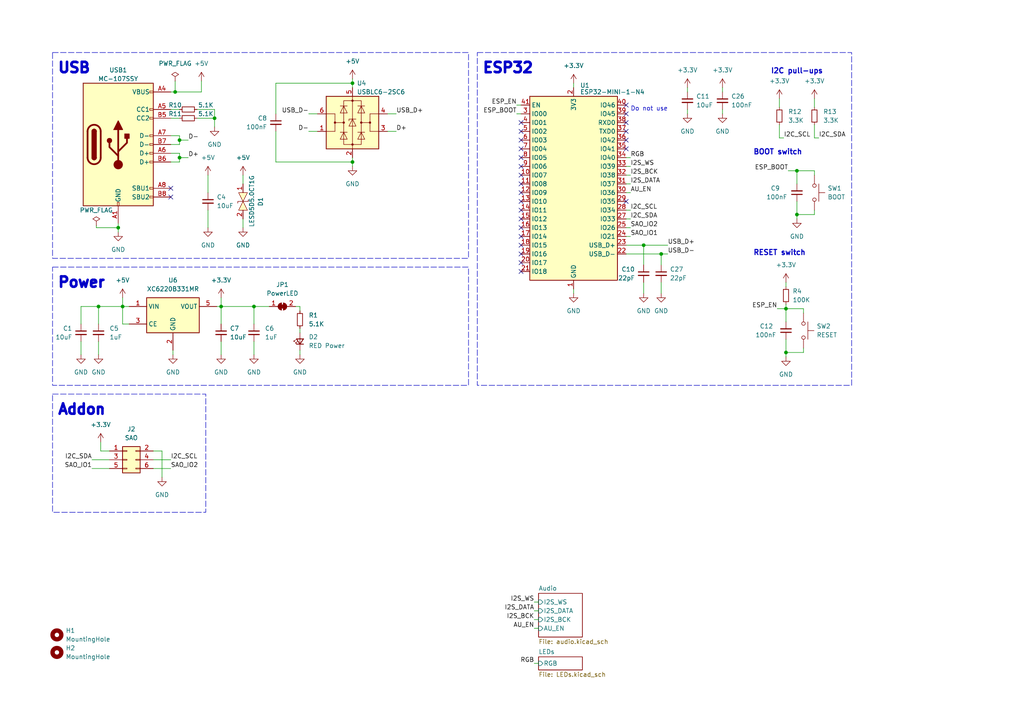
<source format=kicad_sch>
(kicad_sch (version 20230121) (generator eeschema)
  (paper "A4")
  (title_block (title "RedTreat Badge 2023") (date "2023-08-30") (company "Outflank") (comment 1 "Max Grim"))
  (lib_symbols
    (symbol "Connector_Generic:Conn_02x03_Odd_Even" (pin_names (offset 1.016) hide)
      (property "Reference" "J" (at 1.27 5.08 0))
      (property "Value" "Conn_02x03_Odd_Even" (at 1.27 -5.08 0))
      (symbol "Conn_02x03_Odd_Even_1_1"
        (rectangle (start -1.27 -2.413) (end 0 -2.667) (stroke (width 0.1524)))
        (rectangle (start -1.27 0.127) (end 0 -0.127) (stroke (width 0.1524)))
        (rectangle (start -1.27 2.667) (end 0 2.413) (stroke (width 0.1524)))
        (rectangle (start -1.27 3.81) (end 3.81 -3.81) (stroke (width 0.254)) (fill (type background)))
        (rectangle (start 3.81 -2.413) (end 2.54 -2.667) (stroke (width 0.1524)))
        (rectangle (start 3.81 0.127) (end 2.54 -0.127) (stroke (width 0.1524)))
        (rectangle (start 3.81 2.667) (end 2.54 2.413) (stroke (width 0.1524)))
        (pin passive line (at -5.08 2.54 0) (length 3.81) (name "Pin_1") (number "1"))
        (pin passive line (at 7.62 2.54 180) (length 3.81) (name "Pin_2") (number "2"))
        (pin passive line (at -5.08 0 0) (length 3.81) (name "Pin_3") (number "3"))
        (pin passive line (at 7.62 0 180) (length 3.81) (name "Pin_4") (number "4"))
        (pin passive line (at -5.08 -2.54 0) (length 3.81) (name "Pin_5") (number "5"))
        (pin passive line (at 7.62 -2.54 180) (length 3.81) (name "Pin_6") (number "6"))
      )
    )
    (symbol "Device:C_Small" (pin_numbers hide) (pin_names (offset 0.254) hide)
      (property "Reference" "C" (at 0.254 1.778 0))
      (property "Value" "C_Small" (at 0.254 -2.032 0))
      (symbol "C_Small_0_1"
        (polyline (pts (xy -1.524 -0.508) (xy 1.524 -0.508)) (stroke (width 0.3302)))
        (polyline (pts (xy -1.524 0.508) (xy 1.524 0.508)) (stroke (width 0.3048)))
      )
      (symbol "C_Small_1_1"
        (pin passive line (at 0 2.54 270) (length 2.032) (name "~") (number "1"))
        (pin passive line (at 0 -2.54 90) (length 2.032) (name "~") (number "2"))
      )
    )
    (symbol "Device:LED_Small" (pin_numbers hide) (pin_names (offset 0.254) hide)
      (property "Reference" "D" (at -1.27 3.175 0))
      (property "Value" "LED_Small" (at -4.445 -2.54 0))
      (symbol "LED_Small_0_1"
        (polyline (pts (xy -0.762 -1.016) (xy -0.762 1.016)) (stroke (width 0.254)))
        (polyline (pts (xy 1.016 0) (xy -0.762 0)))
        (polyline (pts (xy 0.762 -1.016) (xy -0.762 0) (xy 0.762 1.016) (xy 0.762 -1.016)) (stroke (width 0.254)))
        (polyline (pts (xy 0 0.762) (xy -0.508 1.27) (xy -0.254 1.27) (xy -0.508 1.27) (xy -0.508 1.016)))
        (polyline (pts (xy 0.508 1.27) (xy 0 1.778) (xy 0.254 1.778) (xy 0 1.778) (xy 0 1.524)))
      )
      (symbol "LED_Small_1_1"
        (pin passive line (at -2.54 0 0) (length 1.778) (name "K") (number "1"))
        (pin passive line (at 2.54 0 180) (length 1.778) (name "A") (number "2"))
      )
    )
    (symbol "Device:R_Small" (pin_numbers hide) (pin_names (offset 0.254) hide)
      (property "Reference" "R" (at 0.762 0.508 0))
      (property "Value" "R_Small" (at 0.762 -1.016 0))
      (symbol "R_Small_0_1"
        (rectangle (start -0.762 1.778) (end 0.762 -1.778) (stroke (width 0.2032)))
      )
      (symbol "R_Small_1_1"
        (pin passive line (at 0 2.54 270) (length 0.762) (name "~") (number "1"))
        (pin passive line (at 0 -2.54 90) (length 0.762) (name "~") (number "2"))
      )
    )
    (symbol "Jumper:SolderJumper_2_Bridged" (pin_names (offset 0) hide)
      (property "Reference" "JP" (at 0 2.032 0))
      (property "Value" "SolderJumper_2_Bridged" (at 0 -2.54 0))
      (symbol "SolderJumper_2_Bridged_0_1"
        (rectangle (start -0.508 0.508) (end 0.508 -0.508) (fill (type outline)))
        (arc (start -0.254 1.016) (mid -1.2656 0) (end -0.254 -1.016))
        (arc (start -0.254 1.016) (mid -1.2656 0) (end -0.254 -1.016) (fill (type outline)))
        (polyline (pts (xy -0.254 1.016) (xy -0.254 -1.016)))
        (polyline (pts (xy 0.254 1.016) (xy 0.254 -1.016)))
        (arc (start 0.254 -1.016) (mid 1.2656 0) (end 0.254 1.016))
        (arc (start 0.254 -1.016) (mid 1.2656 0) (end 0.254 1.016) (fill (type outline)))
      )
      (symbol "SolderJumper_2_Bridged_1_1"
        (pin passive line (at -3.81 0 0) (length 2.54) (name "A") (number "1"))
        (pin passive line (at 3.81 0 180) (length 2.54) (name "B") (number "2"))
      )
    )
    (symbol "Mechanical:MountingHole" (pin_names (offset 1.016))
      (property "Reference" "H" (at 0 5.08 0))
      (property "Value" "MountingHole" (at 0 3.175 0))
      (symbol "MountingHole_0_1"
        (circle (center 0 0) (radius 1.27) (stroke (width 1.27)))
      )
    )
    (symbol "Power_Protection:USBLC6-2SC6" (pin_names hide)
      (property "Reference" "U" (at 2.54 8.89 0))
      (property "Value" "USBLC6-2SC6" (at 2.54 -8.89 0))
      (symbol "USBLC6-2SC6_0_1"
        (rectangle (start -7.62 -7.62) (end 7.62 7.62) (stroke (width 0.254)) (fill (type background)))
        (circle (center -5.08 0) (radius 0.254) (fill (type outline)))
        (circle (center -2.54 0) (radius 0.254) (fill (type outline)))
        (rectangle (start -2.54 6.35) (end 2.54 -6.35))
        (circle (center 0 -6.35) (radius 0.254) (fill (type outline)))
        (polyline (pts (xy -5.08 -2.54) (xy -7.62 -2.54)))
        (polyline (pts (xy -5.08 0) (xy -5.08 -2.54)))
        (polyline (pts (xy -5.08 2.54) (xy -7.62 2.54)))
        (polyline (pts (xy -1.524 -2.794) (xy -3.556 -2.794)))
        (polyline (pts (xy -1.524 4.826) (xy -3.556 4.826)))
        (polyline (pts (xy 0 -7.62) (xy 0 -6.35)))
        (polyline (pts (xy 0 -6.35) (xy 0 1.27)))
        (polyline (pts (xy 0 1.27) (xy 0 6.35)))
        (polyline (pts (xy 0 6.35) (xy 0 7.62)))
        (polyline (pts (xy 1.524 -2.794) (xy 3.556 -2.794)))
        (polyline (pts (xy 1.524 4.826) (xy 3.556 4.826)))
        (polyline (pts (xy 5.08 -2.54) (xy 7.62 -2.54)))
        (polyline (pts (xy 5.08 0) (xy 5.08 -2.54)))
        (polyline (pts (xy 5.08 2.54) (xy 7.62 2.54)))
        (polyline (pts (xy -2.54 0) (xy -5.08 0) (xy -5.08 2.54)))
        (polyline (pts (xy 2.54 0) (xy 5.08 0) (xy 5.08 2.54)))
        (polyline (pts (xy -3.556 -4.826) (xy -1.524 -4.826) (xy -2.54 -2.794) (xy -3.556 -4.826)))
        (polyline (pts (xy -3.556 2.794) (xy -1.524 2.794) (xy -2.54 4.826) (xy -3.556 2.794)))
        (polyline (pts (xy -1.016 -1.016) (xy 1.016 -1.016) (xy 0 1.016) (xy -1.016 -1.016)))
        (polyline (pts (xy 1.016 1.016) (xy 0.762 1.016) (xy -1.016 1.016) (xy -1.016 0.508)))
        (polyline (pts (xy 3.556 -4.826) (xy 1.524 -4.826) (xy 2.54 -2.794) (xy 3.556 -4.826)))
        (polyline (pts (xy 3.556 2.794) (xy 1.524 2.794) (xy 2.54 4.826) (xy 3.556 2.794)))
        (circle (center 0 6.35) (radius 0.254) (fill (type outline)))
        (circle (center 2.54 0) (radius 0.254) (fill (type outline)))
        (circle (center 5.08 0) (radius 0.254) (fill (type outline)))
      )
      (symbol "USBLC6-2SC6_1_1"
        (pin passive line (at -10.16 -2.54 0) (length 2.54) (name "I/O1") (number "1"))
        (pin passive line (at 0 -10.16 90) (length 2.54) (name "GND") (number "2"))
        (pin passive line (at 10.16 -2.54 180) (length 2.54) (name "I/O2") (number "3"))
        (pin passive line (at 10.16 2.54 180) (length 2.54) (name "I/O2") (number "4"))
        (pin passive line (at 0 10.16 270) (length 2.54) (name "VBUS") (number "5"))
        (pin passive line (at -10.16 2.54 0) (length 2.54) (name "I/O1") (number "6"))
      )
    )
    (symbol "Regulator_Linear:XC6220B331MR"
      (property "Reference" "U" (at 0 8.89 0))
      (property "Value" "XC6220B331MR" (at 0 6.35 0))
      (symbol "XC6220B331MR_0_1"
        (rectangle (start -7.62 5.08) (end 7.62 -5.08) (stroke (width 0.254)) (fill (type background)))
      )
      (symbol "XC6220B331MR_1_1"
        (pin power_in line (at -12.7 2.54 0) (length 5.08) (name "VIN") (number "1"))
        (pin power_in line (at 0 -10.16 90) (length 5.08) (name "GND") (number "2"))
        (pin input line (at -12.7 -2.54 0) (length 5.08) (name "CE") (number "3"))
        (pin no_connect line (at 7.62 -2.54 180) (length 5.08) hide (name "NC") (number "4"))
        (pin power_out line (at 12.7 2.54 180) (length 5.08) (name "VOUT") (number "5"))
      )
    )
    (symbol "Switch:SW_Push" (pin_numbers hide) (pin_names (offset 1.016) hide)
      (property "Reference" "SW" (at 1.27 2.54 0))
      (property "Value" "SW_Push" (at 0 -1.524 0))
      (symbol "SW_Push_0_1"
        (circle (center -2.032 0) (radius 0.508))
        (polyline (pts (xy 0 1.27) (xy 0 3.048)))
        (polyline (pts (xy 2.54 1.27) (xy -2.54 1.27)))
        (circle (center 2.032 0) (radius 0.508))
        (pin passive line (at -5.08 0 0) (length 2.54) (name "1") (number "1"))
        (pin passive line (at 5.08 0 180) (length 2.54) (name "2") (number "2"))
      )
    )
    (symbol "easyeda2kicad:ESP32-S2-MINI-1"
      (property "Reference" "U" (at -12.7 29.21 0))
      (property "Value" "ESP32-S2-MINI-1" (at 2.54 29.21 0))
      (property "LCSC" "C2847294" (at 0 0 0))
      (symbol "ESP32-S2-MINI-1_0_1"
        (rectangle (start -12.7 27.94) (end 12.7 -25.4) (stroke (width 0.254)) (fill (type background)))
      )
      (symbol "ESP32-S2-MINI-1_1_1"
        (pin power_in line (at 0 -27.94 90) (length 2.54) (name "GND") (number "1"))
        (pin bidirectional line (at -15.24 5.08 0) (length 2.54) (name "IO07") (number "10"))
        (pin bidirectional line (at -15.24 2.54 0) (length 2.54) (name "IO08") (number "11"))
        (pin bidirectional line (at -15.24 0 0) (length 2.54) (name "IO09") (number "12"))
        (pin bidirectional line (at -15.24 -2.54 0) (length 2.54) (name "IO10") (number "13"))
        (pin bidirectional line (at -15.24 -5.08 0) (length 2.54) (name "IO11") (number "14"))
        (pin bidirectional line (at -15.24 -7.62 0) (length 2.54) (name "IO12") (number "15"))
        (pin bidirectional line (at -15.24 -10.16 0) (length 2.54) (name "IO13") (number "16"))
        (pin bidirectional line (at -15.24 -12.7 0) (length 2.54) (name "IO14") (number "17"))
        (pin bidirectional line (at -15.24 -15.24 0) (length 2.54) (name "IO15") (number "18"))
        (pin bidirectional line (at -15.24 -17.78 0) (length 2.54) (name "IO16") (number "19"))
        (pin power_in line (at 0 30.48 270) (length 2.54) (name "3V3") (number "2"))
        (pin bidirectional line (at -15.24 -20.32 0) (length 2.54) (name "IO17") (number "20"))
        (pin bidirectional line (at -15.24 -22.86 0) (length 2.54) (name "IO18") (number "21"))
        (pin bidirectional line (at 15.24 -17.78 180) (length 2.54) (name "USB_D-") (number "22"))
        (pin bidirectional line (at 15.24 -15.24 180) (length 2.54) (name "USB_D+") (number "23"))
        (pin bidirectional line (at 15.24 -12.7 180) (length 2.54) (name "IO21") (number "24"))
        (pin bidirectional line (at 15.24 -10.16 180) (length 2.54) (name "IO26") (number "25"))
        (pin power_in line (at 0 -27.94 90) (length 2.54) hide (name "GND") (number "26"))
        (pin bidirectional line (at 15.24 -7.62 180) (length 2.54) (name "IO33") (number "27"))
        (pin bidirectional line (at 15.24 -5.08 180) (length 2.54) (name "IO34") (number "28"))
        (pin bidirectional line (at 15.24 -2.54 180) (length 2.54) (name "IO35") (number "29"))
        (pin bidirectional line (at -15.24 22.86 0) (length 2.54) (name "IO00") (number "3"))
        (pin bidirectional line (at 15.24 0 180) (length 2.54) (name "IO36") (number "30"))
        (pin bidirectional line (at 15.24 2.54 180) (length 2.54) (name "IO37") (number "31"))
        (pin bidirectional line (at 15.24 5.08 180) (length 2.54) (name "IO38") (number "32"))
        (pin bidirectional line (at 15.24 7.62 180) (length 2.54) (name "IO39") (number "33"))
        (pin bidirectional line (at 15.24 10.16 180) (length 2.54) (name "IO40") (number "34"))
        (pin bidirectional line (at 15.24 12.7 180) (length 2.54) (name "IO41") (number "35"))
        (pin bidirectional line (at 15.24 15.24 180) (length 2.54) (name "IO42") (number "36"))
        (pin bidirectional line (at 15.24 17.78 180) (length 2.54) (name "TXD0") (number "37"))
        (pin bidirectional line (at 15.24 20.32 180) (length 2.54) (name "RXD0") (number "38"))
        (pin bidirectional line (at 15.24 22.86 180) (length 2.54) (name "IO45") (number "39"))
        (pin bidirectional line (at -15.24 20.32 0) (length 2.54) (name "IO01") (number "4"))
        (pin input line (at 15.24 25.4 180) (length 2.54) (name "IO46") (number "40"))
        (pin input line (at -15.24 25.4 0) (length 2.54) (name "EN") (number "41"))
        (pin power_in line (at 0 -27.94 90) (length 2.54) hide (name "GND") (number "42"))
        (pin power_in line (at 0 -27.94 90) (length 2.54) hide (name "GND") (number "43"))
        (pin power_in line (at 0 -27.94 90) (length 2.54) hide (name "GND") (number "44"))
        (pin power_in line (at 0 -27.94 90) (length 2.54) hide (name "GND") (number "45"))
        (pin power_in line (at 0 -27.94 90) (length 2.54) hide (name "GND") (number "46"))
        (pin power_in line (at 0 -27.94 90) (length 2.54) hide (name "GND") (number "47"))
        (pin power_in line (at 0 -27.94 90) (length 2.54) hide (name "GND") (number "48"))
        (pin power_in line (at 0 -27.94 90) (length 2.54) hide (name "GND") (number "49"))
        (pin bidirectional line (at -15.24 17.78 0) (length 2.54) (name "IO02") (number "5"))
        (pin power_in line (at 0 -27.94 90) (length 2.54) hide (name "GND") (number "50"))
        (pin power_in line (at 0 -27.94 90) (length 2.54) hide (name "GND") (number "51"))
        (pin power_in line (at 0 -27.94 90) (length 2.54) hide (name "GND") (number "52"))
        (pin power_in line (at 0 -27.94 90) (length 2.54) hide (name "GND") (number "53"))
        (pin power_in line (at 0 -27.94 90) (length 2.54) hide (name "GND") (number "54"))
        (pin power_in line (at 0 -27.94 90) (length 2.54) hide (name "GND") (number "55"))
        (pin power_in line (at 0 -27.94 90) (length 2.54) hide (name "GND") (number "56"))
        (pin power_in line (at 0 -27.94 90) (length 2.54) hide (name "GND") (number "57"))
        (pin power_in line (at 0 -27.94 90) (length 2.54) hide (name "GND") (number "58"))
        (pin power_in line (at 0 -27.94 90) (length 2.54) hide (name "GND") (number "59"))
        (pin bidirectional line (at -15.24 15.24 0) (length 2.54) (name "IO03") (number "6"))
        (pin power_in line (at 0 -27.94 90) (length 2.54) hide (name "GND") (number "60"))
        (pin power_in line (at 0 -27.94 90) (length 2.54) hide (name "GND") (number "61"))
        (pin power_in line (at 0 -27.94 90) (length 2.54) hide (name "GND") (number "62"))
        (pin power_in line (at 0 -27.94 90) (length 2.54) hide (name "GND") (number "63"))
        (pin power_in line (at 0 -27.94 90) (length 2.54) hide (name "GND") (number "64"))
        (pin power_in line (at 0 -27.94 90) (length 2.54) hide (name "GND") (number "65"))
        (pin bidirectional line (at -15.24 12.7 0) (length 2.54) (name "IO04") (number "7"))
        (pin bidirectional line (at -15.24 10.16 0) (length 2.54) (name "IO05") (number "8"))
        (pin bidirectional line (at -15.24 7.62 0) (length 2.54) (name "IO06") (number "9"))
      )
    )
    (symbol "easyeda2kicad:LESD5D5.0CT1G"
      (property "Reference" "D" (at 0 5.08 0))
      (property "Value" "LESD5D5.0CT1G" (at 0 -5.08 0))
      (symbol "LESD5D5.0CT1G_0_1"
        (polyline (pts (xy -2.54 1.27) (xy 0 0) (xy -2.54 -1.27) (xy -2.54 1.27)) (fill (type background)))
        (polyline (pts (xy 2.54 1.27) (xy 0 0) (xy 2.54 -1.27) (xy 2.54 1.27)) (fill (type background)))
        (polyline (pts (xy -0.51 1.52) (xy -0.51 1.52) (xy 0 1.52) (xy 0 -1.52) (xy 0.51 -1.52) (xy 0.51 -1.52)))
      )
      (symbol "LESD5D5.0CT1G_1_1"
        (pin passive line (at -5.08 0 0) (length 2.54) (name "") (number "1"))
        (pin passive line (at 5.08 0 180) (length 2.54) (name "") (number "2"))
      )
    )
    (symbol "easyeda2kicad:MC-107SSY" (pin_names (offset 1.016))
      (property "Reference" "USB1" (at 0 21.59 0))
      (property "Value" "MC-107SSY" (at 0 19.05 0))
      (symbol "MC-107SSY_0_0"
        (rectangle (start -0.254 -17.78) (end 0.254 -16.764))
        (rectangle (start 10.16 -14.986) (end 9.144 -15.494))
        (rectangle (start 10.16 -12.446) (end 9.144 -12.954))
        (rectangle (start 10.16 -4.826) (end 9.144 -5.334))
        (rectangle (start 10.16 -2.286) (end 9.144 -2.794))
        (rectangle (start 10.16 0.254) (end 9.144 -0.254))
        (rectangle (start 10.16 2.794) (end 9.144 2.286))
        (rectangle (start 10.16 7.874) (end 9.144 7.366))
        (rectangle (start 10.16 10.414) (end 9.144 9.906))
        (rectangle (start 10.16 15.494) (end 9.144 14.986))
      )
      (symbol "MC-107SSY_0_1"
        (rectangle (start -10.16 17.78) (end 10.16 -17.78) (stroke (width 0.254)) (fill (type background)))
        (arc (start -8.89 -3.81) (mid -6.985 -5.7067) (end -5.08 -3.81) (stroke (width 0.508)))
        (arc (start -7.62 -3.81) (mid -6.985 -4.4423) (end -6.35 -3.81) (stroke (width 0.254)))
        (arc (start -7.62 -3.81) (mid -6.985 -4.4423) (end -6.35 -3.81) (stroke (width 0.254)) (fill (type outline)))
        (rectangle (start -7.62 -3.81) (end -6.35 3.81) (stroke (width 0.254)) (fill (type outline)))
        (arc (start -6.35 3.81) (mid -6.985 4.4423) (end -7.62 3.81) (stroke (width 0.254)))
        (arc (start -6.35 3.81) (mid -6.985 4.4423) (end -7.62 3.81) (stroke (width 0.254)) (fill (type outline)))
        (arc (start -5.08 3.81) (mid -6.985 5.7067) (end -8.89 3.81) (stroke (width 0.508)))
        (circle (center -2.54 1.143) (radius 0.635) (stroke (width 0.254)) (fill (type outline)))
        (circle (center 0 -5.842) (radius 1.27) (fill (type outline)))
        (polyline (pts (xy -8.89 -3.81) (xy -8.89 3.81)) (stroke (width 0.508)))
        (polyline (pts (xy -5.08 3.81) (xy -5.08 -3.81)) (stroke (width 0.508)))
        (polyline (pts (xy 0 -5.842) (xy 0 4.318)) (stroke (width 0.508)))
        (polyline (pts (xy 0 -3.302) (xy -2.54 -0.762) (xy -2.54 0.508)) (stroke (width 0.508)))
        (polyline (pts (xy 0 -2.032) (xy 2.54 0.508) (xy 2.54 1.778)) (stroke (width 0.508)))
        (polyline (pts (xy -1.27 4.318) (xy 0 6.858) (xy 1.27 4.318) (xy -1.27 4.318)) (stroke (width 0.254)) (fill (type outline)))
        (rectangle (start 1.905 1.778) (end 3.175 3.048) (stroke (width 0.254)) (fill (type outline)))
      )
      (symbol "MC-107SSY_1_1"
        (pin passive line (at 0 -22.86 90) (length 5.08) (name "GND") (number "A1"))
        (pin passive line (at 0 -22.86 90) (length 5.08) hide (name "GND") (number "A12"))
        (pin passive line (at 15.24 15.24 180) (length 5.08) (name "VBUS") (number "A4"))
        (pin bidirectional line (at 15.24 10.16 180) (length 5.08) (name "CC1") (number "A5"))
        (pin bidirectional line (at 15.24 -2.54 180) (length 5.08) (name "D+") (number "A6"))
        (pin bidirectional line (at 15.24 2.54 180) (length 5.08) (name "D-") (number "A7"))
        (pin bidirectional line (at 15.24 -12.7 180) (length 5.08) (name "SBU1") (number "A8"))
        (pin passive line (at 15.24 15.24 180) (length 5.08) hide (name "VBUS") (number "A9"))
        (pin passive line (at 0 -22.86 90) (length 5.08) hide (name "GND") (number "B1"))
        (pin passive line (at 0 -22.86 90) (length 5.08) hide (name "GND") (number "B12"))
        (pin passive line (at 15.24 15.24 180) (length 5.08) hide (name "VBUS") (number "B4"))
        (pin bidirectional line (at 15.24 7.62 180) (length 5.08) (name "CC2") (number "B5"))
        (pin bidirectional line (at 15.24 -5.08 180) (length 5.08) (name "D+") (number "B6"))
        (pin bidirectional line (at 15.24 0 180) (length 5.08) (name "D-") (number "B7"))
        (pin bidirectional line (at 15.24 -15.24 180) (length 5.08) (name "SBU2") (number "B8"))
        (pin passive line (at 15.24 15.24 180) (length 5.08) hide (name "VBUS") (number "B9"))
      )
    )
    (symbol "power:+3.3V" (power) (pin_names (offset 0))
      (property "Value" "+3.3V" (at 0 3.556 0))
      (symbol "+3.3V_0_1"
        (polyline (pts (xy -0.762 1.27) (xy 0 2.54)))
        (polyline (pts (xy 0 0) (xy 0 2.54)))
        (polyline (pts (xy 0 2.54) (xy 0.762 1.27)))
      )
      (symbol "+3.3V_1_1"
        (pin power_in line (at 0 0 90) (length 0) hide (name "+3.3V") (number "1"))
      )
    )
    (symbol "power:+5V" (power) (pin_names (offset 0))
      (property "Value" "+5V" (at 0 3.556 0))
      (symbol "+5V_0_1"
        (polyline (pts (xy -0.762 1.27) (xy 0 2.54)))
        (polyline (pts (xy 0 0) (xy 0 2.54)))
        (polyline (pts (xy 0 2.54) (xy 0.762 1.27)))
      )
      (symbol "+5V_1_1"
        (pin power_in line (at 0 0 90) (length 0) hide (name "+5V") (number "1"))
      )
    )
    (symbol "power:GND" (power) (pin_names (offset 0))
      (property "Value" "GND" (at 0 -3.81 0))
      (symbol "GND_0_1"
        (polyline (pts (xy 0 0) (xy 0 -1.27) (xy 1.27 -1.27) (xy 0 -2.54) (xy -1.27 -1.27) (xy 0 -1.27)))
      )
      (symbol "GND_1_1"
        (pin power_in line (at 0 0 270) (length 0) hide (name "GND") (number "1"))
      )
    )
    (symbol "power:PWR_FLAG" (power) (pin_numbers hide) (pin_names (offset 0) hide)
      (property "Value" "PWR_FLAG" (at 0 3.81 0))
      (symbol "PWR_FLAG_0_0"
        (pin power_out line (at 0 0 90) (length 0) (name "pwr") (number "1"))
      )
      (symbol "PWR_FLAG_0_1"
        (polyline (pts (xy 0 0) (xy 0 1.27) (xy -1.016 1.905) (xy 0 2.54) (xy 1.016 1.905) (xy 0 1.27)))
      )
    )
  )
  (junction (at 102.235 46.99))
  (junction (at 227.965 102.235))
  (junction (at 73.66 88.9))
  (junction (at 186.69 71.12))
  (junction (at 52.07 45.72))
  (junction (at 64.135 88.9))
  (junction (at 34.29 66.04))
  (junction (at 227.965 89.535))
  (junction (at 102.235 24.13))
  (junction (at 62.23 34.29))
  (junction (at 231.14 62.23))
  (junction (at 28.575 88.9))
  (junction (at 35.56 88.9))
  (junction (at 231.14 49.53))
  (junction (at 191.77 73.66))
  (junction (at 52.07 40.64))
  (junction (at 50.8 26.67))
  (no_connect (at 151.13 55.88))
  (no_connect (at 49.53 57.15))
  (no_connect (at 151.13 76.2))
  (no_connect (at 181.61 38.1))
  (no_connect (at 151.13 45.72))
  (no_connect (at 151.13 63.5))
  (no_connect (at 151.13 40.64))
  (no_connect (at 181.61 58.42))
  (no_connect (at 151.13 60.96))
  (no_connect (at 49.53 54.61))
  (no_connect (at 181.61 30.48))
  (no_connect (at 181.61 35.56))
  (no_connect (at 151.13 50.8))
  (no_connect (at 181.61 33.02))
  (no_connect (at 151.13 53.34))
  (no_connect (at 151.13 58.42))
  (no_connect (at 151.13 38.1))
  (no_connect (at 151.13 66.04))
  (no_connect (at 181.61 40.64))
  (no_connect (at 151.13 43.18))
  (no_connect (at 181.61 43.18))
  (no_connect (at 151.13 78.74))
  (no_connect (at 151.13 73.66))
  (no_connect (at 151.13 68.58))
  (no_connect (at 151.13 35.56))
  (no_connect (at 151.13 71.12))
  (no_connect (at 151.13 48.26))
  (wire (pts (xy 231.14 49.53) (xy 236.22 49.53)))
  (wire (pts (xy 86.995 88.9) (xy 86.995 90.17)))
  (wire (pts (xy 181.61 63.5) (xy 182.88 63.5)))
  (wire (pts (xy 80.01 38.1) (xy 80.01 46.99)))
  (wire (pts (xy 35.56 88.9) (xy 35.56 93.98)))
  (wire (pts (xy 85.725 88.9) (xy 86.995 88.9)))
  (wire (pts (xy 52.07 45.72) (xy 52.07 46.99)))
  (wire (pts (xy 231.14 49.53) (xy 231.14 53.34)))
  (wire (pts (xy 166.37 83.82) (xy 166.37 85.09)))
  (wire (pts (xy 28.575 99.06) (xy 28.575 102.87)))
  (wire (pts (xy 102.235 24.13) (xy 102.235 25.4)))
  (wire (pts (xy 191.77 73.66) (xy 193.675 73.66)))
  (wire (pts (xy 181.61 68.58) (xy 182.88 68.58)))
  (wire (pts (xy 102.235 46.99) (xy 102.235 48.26)))
  (wire (pts (xy 236.22 40.005) (xy 237.49 40.005)))
  (wire (pts (xy 227.965 89.535) (xy 233.045 89.535)))
  (wire (pts (xy 154.94 177.165) (xy 156.21 177.165)))
  (wire (pts (xy 50.8 23.495) (xy 50.8 26.67)))
  (wire (pts (xy 27.94 65.405) (xy 27.94 66.04)))
  (wire (pts (xy 44.45 130.81) (xy 46.99 130.81)))
  (wire (pts (xy 102.235 45.72) (xy 102.235 46.99)))
  (wire (pts (xy 102.235 22.86) (xy 102.235 24.13)))
  (wire (pts (xy 227.965 98.425) (xy 227.965 102.235)))
  (wire (pts (xy 225.425 89.535) (xy 227.965 89.535)))
  (wire (pts (xy 186.69 71.12) (xy 193.675 71.12)))
  (wire (pts (xy 228.6 49.53) (xy 231.14 49.53)))
  (wire (pts (xy 28.575 88.9) (xy 35.56 88.9)))
  (wire (pts (xy 112.395 38.1) (xy 114.935 38.1)))
  (wire (pts (xy 199.39 25.4) (xy 199.39 26.67)))
  (wire (pts (xy 181.61 48.26) (xy 182.88 48.26)))
  (wire (pts (xy 181.61 60.96) (xy 182.88 60.96)))
  (wire (pts (xy 236.22 36.195) (xy 236.22 40.005)))
  (wire (pts (xy 181.61 71.12) (xy 186.69 71.12)))
  (wire (pts (xy 166.37 24.13) (xy 166.37 25.4)))
  (wire (pts (xy 26.67 133.35) (xy 31.75 133.35)))
  (wire (pts (xy 62.23 36.83) (xy 62.23 34.29)))
  (wire (pts (xy 209.55 25.4) (xy 209.55 26.67)))
  (wire (pts (xy 181.61 53.34) (xy 182.88 53.34)))
  (wire (pts (xy 231.14 63.5) (xy 231.14 62.23)))
  (wire (pts (xy 233.045 100.965) (xy 233.045 102.235)))
  (wire (pts (xy 80.01 24.13) (xy 80.01 33.02)))
  (wire (pts (xy 62.23 31.75) (xy 62.23 34.29)))
  (wire (pts (xy 73.66 88.9) (xy 73.66 93.98)))
  (wire (pts (xy 149.86 30.48) (xy 151.13 30.48)))
  (wire (pts (xy 199.39 31.75) (xy 199.39 33.02)))
  (wire (pts (xy 52.07 40.64) (xy 52.07 41.91)))
  (wire (pts (xy 73.66 99.06) (xy 73.66 102.87)))
  (wire (pts (xy 49.53 44.45) (xy 52.07 44.45)))
  (wire (pts (xy 34.29 66.04) (xy 34.29 67.31)))
  (wire (pts (xy 44.45 133.35) (xy 49.53 133.35)))
  (wire (pts (xy 226.06 28.575) (xy 226.06 31.115)))
  (wire (pts (xy 52.07 46.99) (xy 49.53 46.99)))
  (wire (pts (xy 149.86 33.02) (xy 151.13 33.02)))
  (wire (pts (xy 60.325 50.8) (xy 60.325 55.88)))
  (wire (pts (xy 49.53 39.37) (xy 52.07 39.37)))
  (wire (pts (xy 186.69 71.12) (xy 186.69 76.835)))
  (wire (pts (xy 209.55 31.75) (xy 209.55 33.02)))
  (wire (pts (xy 23.495 88.9) (xy 23.495 93.98)))
  (wire (pts (xy 227.965 88.265) (xy 227.965 89.535)))
  (wire (pts (xy 34.29 66.04) (xy 27.94 66.04)))
  (wire (pts (xy 49.53 34.29) (xy 52.07 34.29)))
  (wire (pts (xy 154.94 179.705) (xy 156.21 179.705)))
  (wire (pts (xy 37.465 93.98) (xy 35.56 93.98)))
  (wire (pts (xy 49.53 31.75) (xy 52.07 31.75)))
  (wire (pts (xy 23.495 88.9) (xy 28.575 88.9)))
  (wire (pts (xy 227.965 81.915) (xy 227.965 83.185)))
  (wire (pts (xy 46.99 130.81) (xy 46.99 138.43)))
  (wire (pts (xy 231.14 62.23) (xy 236.22 62.23)))
  (wire (pts (xy 64.135 88.9) (xy 73.66 88.9)))
  (wire (pts (xy 34.29 64.77) (xy 34.29 66.04)))
  (wire (pts (xy 89.535 33.02) (xy 92.075 33.02)))
  (wire (pts (xy 89.535 38.1) (xy 92.075 38.1)))
  (wire (pts (xy 236.22 49.53) (xy 236.22 50.8)))
  (wire (pts (xy 52.07 39.37) (xy 52.07 40.64)))
  (wire (pts (xy 57.15 31.75) (xy 62.23 31.75)))
  (wire (pts (xy 181.61 50.8) (xy 182.88 50.8)))
  (wire (pts (xy 26.67 135.89) (xy 31.75 135.89)))
  (wire (pts (xy 154.94 182.245) (xy 156.21 182.245)))
  (wire (pts (xy 154.94 174.625) (xy 156.21 174.625)))
  (wire (pts (xy 49.53 41.91) (xy 52.07 41.91)))
  (wire (pts (xy 35.56 88.9) (xy 37.465 88.9)))
  (wire (pts (xy 64.135 88.9) (xy 64.135 93.98)))
  (wire (pts (xy 64.135 86.36) (xy 64.135 88.9)))
  (wire (pts (xy 49.53 26.67) (xy 50.8 26.67)))
  (wire (pts (xy 31.75 130.81) (xy 29.21 130.81)))
  (wire (pts (xy 73.66 88.9) (xy 78.105 88.9)))
  (wire (pts (xy 52.07 44.45) (xy 52.07 45.72)))
  (wire (pts (xy 29.21 128.27) (xy 29.21 130.81)))
  (wire (pts (xy 86.995 95.25) (xy 86.995 96.52)))
  (wire (pts (xy 50.165 101.6) (xy 50.165 102.87)))
  (wire (pts (xy 231.14 58.42) (xy 231.14 62.23)))
  (wire (pts (xy 44.45 135.89) (xy 49.53 135.89)))
  (wire (pts (xy 28.575 88.9) (xy 28.575 93.98)))
  (wire (pts (xy 186.69 81.915) (xy 186.69 85.09)))
  (wire (pts (xy 86.995 101.6) (xy 86.995 102.87)))
  (wire (pts (xy 227.965 103.505) (xy 227.965 102.235)))
  (wire (pts (xy 226.06 36.195) (xy 226.06 40.005)))
  (wire (pts (xy 112.395 33.02) (xy 114.935 33.02)))
  (wire (pts (xy 154.94 192.405) (xy 156.21 192.405)))
  (wire (pts (xy 35.56 86.36) (xy 35.56 88.9)))
  (wire (pts (xy 23.495 99.06) (xy 23.495 102.87)))
  (wire (pts (xy 227.965 89.535) (xy 227.965 93.345)))
  (wire (pts (xy 50.8 26.67) (xy 58.42 26.67)))
  (wire (pts (xy 80.01 46.99) (xy 102.235 46.99)))
  (wire (pts (xy 191.77 81.915) (xy 191.77 85.09)))
  (wire (pts (xy 52.07 45.72) (xy 54.61 45.72)))
  (wire (pts (xy 58.42 26.67) (xy 58.42 23.495)))
  (wire (pts (xy 70.485 63.5) (xy 70.485 66.04)))
  (wire (pts (xy 64.135 99.06) (xy 64.135 102.87)))
  (wire (pts (xy 102.235 24.13) (xy 80.01 24.13)))
  (wire (pts (xy 236.22 60.96) (xy 236.22 62.23)))
  (wire (pts (xy 226.06 40.005) (xy 227.33 40.005)))
  (wire (pts (xy 191.77 76.835) (xy 191.77 73.66)))
  (wire (pts (xy 60.325 60.96) (xy 60.325 66.04)))
  (wire (pts (xy 236.22 28.575) (xy 236.22 31.115)))
  (wire (pts (xy 227.965 102.235) (xy 233.045 102.235)))
  (wire (pts (xy 64.135 88.9) (xy 62.865 88.9)))
  (wire (pts (xy 233.045 89.535) (xy 233.045 90.805)))
  (wire (pts (xy 181.61 55.88) (xy 182.88 55.88)))
  (wire (pts (xy 70.485 50.8) (xy 70.485 53.34)))
  (wire (pts (xy 52.07 40.64) (xy 54.61 40.64)))
  (wire (pts (xy 181.61 66.04) (xy 182.88 66.04)))
  (wire (pts (xy 181.61 73.66) (xy 191.77 73.66)))
  (wire (pts (xy 181.61 45.72) (xy 182.88 45.72)))
  (wire (pts (xy 57.15 34.29) (xy 62.23 34.29)))
  (rectangle (start 15.24 15.24) (end 135.89 74.93) (stroke (width 0) (type dash)))
  (rectangle (start 15.24 114.3) (end 59.69 148.59) (stroke (width 0) (type dash)))
  (rectangle (start 15.24 77.47) (end 135.89 111.76) (stroke (width 0) (type dash)))
  (rectangle (start 138.43 15.24) (end 247.015 111.76) (stroke (width 0) (type dash)))
  (text "ESP32" (at 139.7 21.59 0) (effects (font (size 3 3) (thickness 0.8) bold) (justify left bottom)))
  (text "Do not use" (at 182.88 32.385 0) (effects (font (size 1.27 1.27)) (justify left bottom)))
  (text "USB" (at 16.51 21.59 0) (effects (font (size 3 3) (thickness 0.8) bold) (justify left bottom)))
  (text "BOOT switch" (at 218.44 45.085 0) (effects (font (size 1.5 1.5) (thickness 0.3) bold) (justify left bottom)))
  (text "Addon" (at 16.51 120.65 0) (effects (font (size 3 3) (thickness 0.8) bold) (justify left bottom)))
  (text "I2C pull-ups" (at 223.52 21.59 0) (effects (font (size 1.5 1.5) (thickness 0.3) bold) (justify left bottom)))
  (text "Power" (at 16.51 83.82 0) (effects (font (size 3 3) (thickness 0.8) bold) (justify left bottom)))
  (text "RESET switch" (at 218.44 74.295 0) (effects (font (size 1.5 1.5) (thickness 0.3) bold) (justify left bottom)))
  (label "D-" (at 54.61 40.64 0))
  (label "I2C_SCL" (at 182.88 60.96 0))
  (label "I2C_SDA" (at 237.49 40.005 0))
  (label "RGB" (at 154.94 192.405 180))
  (label "USB_D+" (at 193.675 71.12 0))
  (label "RGB" (at 182.88 45.72 0))
  (label "I2S_BCK" (at 182.88 50.8 0))
  (label "D+" (at 114.935 38.1 0))
  (label "AU_EN" (at 154.94 182.245 180))
  (label "I2S_BCK" (at 154.94 179.705 180))
  (label "I2S_DATA" (at 154.94 177.165 180))
  (label "USB_D+" (at 114.935 33.02 0))
  (label "I2C_SDA" (at 26.67 133.35 180))
  (label "ESP_EN" (at 149.86 30.48 180))
  (label "ESP_EN" (at 225.425 89.535 180))
  (label "D-" (at 89.535 38.1 180))
  (label "ESP_BOOT" (at 149.86 33.02 180))
  (label "I2S_WS" (at 154.94 174.625 180))
  (label "SAO_IO1" (at 26.67 135.89 180))
  (label "I2S_WS" (at 182.88 48.26 0))
  (label "SAO_IO2" (at 182.88 66.04 0))
  (label "I2C_SCL" (at 227.33 40.005 0))
  (label "AU_EN" (at 182.88 55.88 0))
  (label "SAO_IO2" (at 49.53 135.89 0))
  (label "D+" (at 54.61 45.72 0))
  (label "ESP_BOOT" (at 228.6 49.53 180))
  (label "I2S_DATA" (at 182.88 53.34 0))
  (label "USB_D-" (at 193.675 73.66 0))
  (label "I2C_SDA" (at 182.88 63.5 0))
  (label "SAO_IO1" (at 182.88 68.58 0))
  (label "I2C_SCL" (at 49.53 133.35 0))
  (label "USB_D-" (at 89.535 33.02 180))
  (symbol (lib_id "Device:LED_Small") (at 86.995 99.06 90) (unit 1)
    (property "Reference" "D2" (at 89.535 97.7265 90) (effects (justify right)))
    (property "Value" "RED Power" (at 89.535 100.2665 90) (effects (justify right)))
    (property "Footprint" "LED_SMD:LED_0603_1608Metric" (effects hide))
    (property "Datasheet" "https://datasheet.lcsc.com/lcsc/1810231112_Hubei-KENTO-Elec-KT-0603R_C2286.pdf" (effects hide))
    (property "LCSC" "C2286" (effects hide))
  )
  (symbol (lib_id "power:GND") (at 73.66 102.87 0) (unit 1)
    (property "Reference" "#PWR021" (effects hide))
    (property "Value" "GND" (at 73.66 107.95 0))
  )
  (symbol (lib_id "Device:C_Small") (at 231.14 55.88 180) (unit 1)
    (property "Reference" "C9" (at 223.52 54.61 0) (effects (justify right)))
    (property "Value" "100nF" (at 222.25 57.15 0) (effects (justify right)))
    (property "Footprint" "Capacitor_SMD:C_0603_1608Metric" (effects hide))
    (property "Datasheet" "https://datasheet.lcsc.com/lcsc/2211101700_YAGEO-CC0603KRX7R9BB104_C14663.pdf" (effects hide))
    (property "LCSC" "C14663" (effects hide))
  )
  (symbol (lib_id "power:+5V") (at 35.56 86.36 0) (unit 1)
    (property "Reference" "#PWR097" (effects hide))
    (property "Value" "+5V" (at 35.56 81.28 0))
  )
  (symbol (lib_id "power:GND") (at 62.23 36.83 0) (unit 1)
    (property "Reference" "#PWR013" (effects hide))
    (property "Value" "GND" (at 62.23 41.91 0))
  )
  (symbol (lib_id "Device:C_Small") (at 186.69 79.375 0) (unit 1)
    (property "Reference" "C10" (at 184.15 78.1113 0) (effects (justify right)))
    (property "Value" "22pF" (at 184.15 80.6513 0) (effects (justify right)))
    (property "Footprint" "Capacitor_SMD:C_0603_1608Metric" (effects hide))
    (property "Datasheet" "https://datasheet.lcsc.com/lcsc/1811141233_YAGEO-CC0603GRNPO9BN220_C327276.pdf" (effects hide))
    (property "LCSC" "C327276" (effects hide))
  )
  (symbol (lib_id "power:+3.3V") (at 226.06 28.575 0) (unit 1)
    (property "Reference" "#PWR095" (effects hide))
    (property "Value" "+3.3V" (at 226.06 23.495 0))
  )
  (symbol (lib_id "power:+3.3V") (at 236.22 28.575 0) (unit 1)
    (property "Reference" "#PWR094" (effects hide))
    (property "Value" "+3.3V" (at 236.22 23.495 0))
  )
  (symbol (lib_id "Device:R_Small") (at 54.61 31.75 90) (unit 1)
    (property "Reference" "R10" (at 50.8 30.48 90))
    (property "Value" "5.1K" (at 59.69 30.48 90))
    (property "Footprint" "Resistor_SMD:R_0603_1608Metric" (effects hide))
    (property "Datasheet" "https://datasheet.lcsc.com/lcsc/1912221032_UNI-ROYAL-Uniroyal-Elec-CQ03WAJ0512T5E_C473622.pdf" (effects hide))
    (property "LCSC" "C473622" (effects hide))
  )
  (symbol (lib_id "Device:C_Small") (at 199.39 29.21 0) (unit 1)
    (property "Reference" "C11" (at 201.93 27.9463 0) (effects (justify left)))
    (property "Value" "10uF" (at 201.93 30.4863 0) (effects (justify left)))
    (property "Footprint" "Capacitor_SMD:C_0805_2012Metric" (effects hide))
    (property "Datasheet" "https://datasheet.lcsc.com/lcsc/2304140030_Samsung-Electro-Mechanics-CL21A106KAYNNNE_C15850.pdf" (effects hide))
    (property "LCSC" "C15850" (effects hide))
  )
  (symbol (lib_id "power:+3.3V") (at 64.135 86.36 0) (unit 1)
    (property "Reference" "#PWR014" (effects hide))
    (property "Value" "+3.3V" (at 64.135 81.28 0))
  )
  (symbol (lib_id "power:GND") (at 186.69 85.09 0) (unit 1)
    (property "Reference" "#PWR024" (effects hide))
    (property "Value" "GND" (at 186.69 90.17 0))
  )
  (symbol (lib_id "Device:R_Small") (at 54.61 34.29 90) (unit 1)
    (property "Reference" "R11" (at 50.8 33.02 90))
    (property "Value" "5.1K" (at 59.69 33.02 90))
    (property "Footprint" "Resistor_SMD:R_0603_1608Metric" (effects hide))
    (property "Datasheet" "https://datasheet.lcsc.com/lcsc/1912221032_UNI-ROYAL-Uniroyal-Elec-CQ03WAJ0512T5E_C473622.pdf" (effects hide))
    (property "LCSC" "C473622" (effects hide))
  )
  (symbol (lib_id "Power_Protection:USBLC6-2SC6") (at 102.235 35.56 0) (unit 1)
    (property "Reference" "U4" (at 103.505 24.13 0) (effects (justify left)))
    (property "Value" "USBLC6-2SC6" (at 103.505 26.67 0) (effects (justify left)))
    (property "Footprint" "Package_TO_SOT_SMD:SOT-23-6" (effects hide))
    (property "Datasheet" "https://datasheet.lcsc.com/lcsc/2206231215_UMW-Youtai-Semiconductor-Co---Ltd--USBLC6-2SC6_C2687116.pdf" (effects hide))
    (property "LCSC" "C2687116" (effects hide))
  )
  (symbol (lib_id "power:GND") (at 70.485 66.04 0) (unit 1)
    (property "Reference" "#PWR05" (effects hide))
    (property "Value" "GND" (at 70.485 71.12 0))
  )
  (symbol (lib_id "power:+5V") (at 58.42 23.495 0) (unit 1)
    (property "Reference" "#PWR076" (effects hide))
    (property "Value" "+5V" (at 58.42 18.415 0))
  )
  (symbol (lib_id "power:GND") (at 102.235 48.26 0) (unit 1)
    (property "Reference" "#PWR02" (effects hide))
    (property "Value" "GND" (at 102.235 53.34 0))
  )
  (symbol (lib_id "Device:C_Small") (at 191.77 79.375 0) (mirror y) (unit 1)
    (property "Reference" "C27" (at 194.31 78.1113 0) (effects (justify right)))
    (property "Value" "22pF" (at 194.31 80.6513 0) (effects (justify right)))
    (property "Footprint" "Capacitor_SMD:C_0603_1608Metric" (effects hide))
    (property "Datasheet" "https://datasheet.lcsc.com/lcsc/1811141233_YAGEO-CC0603GRNPO9BN220_C327276.pdf" (effects hide))
    (property "LCSC" "C327276" (effects hide))
  )
  (symbol (lib_id "Switch:SW_Push") (at 236.22 55.88 270) (unit 1)
    (property "Reference" "SW1" (at 240.03 54.61 90) (effects (justify left)))
    (property "Value" "BOOT" (at 240.03 57.15 90) (effects (justify left)))
    (property "Footprint" "easyeda2kicad:SW-SMD_4P-L4.2-W3.4-P2.15-LS5.2" (effects hide))
    (property "Datasheet" "https://datasheet.lcsc.com/lcsc/2109061830_BZCN-TSA017A2540A07_C2888434.pdf" (effects hide))
    (property "LCSC" "C2888434" (effects hide))
  )
  (symbol (lib_id "Connector_Generic:Conn_02x03_Odd_Even") (at 36.83 133.35 0) (unit 1)
    (property "Reference" "J2" (at 38.1 124.46 0))
    (property "Value" "SAO" (at 38.1 127 0))
    (property "Footprint" "Connector_PinSocket_2.54mm:PinSocket_2x03_P2.54mm_Vertical" (effects hide))
    (property "Datasheet" "https://datasheet.lcsc.com/lcsc/2207291800_ZHOURI-PM2-54-2-3_C5116527.pdf" (effects hide))
    (property "LCSC" "C5116527" (effects hide))
  )
  (symbol (lib_id "power:GND") (at 46.99 138.43 0) (unit 1)
    (property "Reference" "#PWR078" (effects hide))
    (property "Value" "GND" (at 46.99 143.51 0))
  )
  (symbol (lib_id "power:GND") (at 23.495 102.87 0) (unit 1)
    (property "Reference" "#PWR04" (effects hide))
    (property "Value" "GND" (at 23.495 107.95 0))
  )
  (symbol (lib_id "power:GND") (at 34.29 67.31 0) (unit 1)
    (property "Reference" "#PWR010" (effects hide))
    (property "Value" "GND" (at 34.29 72.39 0))
  )
  (symbol (lib_id "Mechanical:MountingHole") (at 16.51 189.23 0) (unit 1) (in_bom no)
    (property "Reference" "H2" (at 19.05 187.96 0) (effects (justify left)))
    (property "Value" "MountingHole" (at 19.05 190.5 0) (effects (justify left)))
    (property "Footprint" "MountingHole:MountingHole_2mm" (effects hide))
  )
  (symbol (lib_id "power:GND") (at 64.135 102.87 0) (mirror y) (unit 1)
    (property "Reference" "#PWR017" (effects hide))
    (property "Value" "GND" (at 64.135 107.95 0))
  )
  (symbol (lib_id "Device:C_Small") (at 80.01 35.56 0) (mirror y) (unit 1)
    (property "Reference" "C8" (at 77.47 34.2963 0) (effects (justify left)))
    (property "Value" "100nF" (at 77.47 36.8363 0) (effects (justify left)))
    (property "Footprint" "Capacitor_SMD:C_0603_1608Metric" (effects hide))
    (property "Datasheet" "https://datasheet.lcsc.com/lcsc/2211101700_YAGEO-CC0603KRX7R9BB104_C14663.pdf" (effects hide))
    (property "LCSC" "C14663" (effects hide))
  )
  (symbol (lib_id "easyeda2kicad:MC-107SSY") (at 34.29 41.91 0) (unit 1)
    (property "Reference" "USB1" (at 34.29 20.32 0))
    (property "Value" "MC-107SSY" (at 34.29 22.86 0))
    (property "Footprint" "easyeda2kicad:USB-TYPE-C-SMD_MC-107SSY" (effects hide))
    (property "Datasheet" "https://datasheet.lcsc.com/lcsc/2211111000_Hanbo-Electronic-MC-107SSY_C3039307.pdf" (effects hide))
    (property "LCSC" "C3039307" (effects hide))
  )
  (symbol (lib_id "Device:R_Small") (at 236.22 33.655 0) (unit 1)
    (property "Reference" "R13" (at 238.76 32.385 0) (effects (justify left)))
    (property "Value" "3.3K" (at 238.76 34.925 0) (effects (justify left)))
    (property "Footprint" "Resistor_SMD:R_0603_1608Metric" (effects hide))
    (property "Datasheet" "https://datasheet.lcsc.com/lcsc/2304140030_RESI-PTFR0603B3K30N9_C2692828.pdf" (effects hide))
    (property "LCSC" "C2692828" (effects hide))
  )
  (symbol (lib_id "power:GND") (at 231.14 63.5 0) (unit 1)
    (property "Reference" "#PWR026" (effects hide))
    (property "Value" "GND" (at 231.14 68.58 0))
  )
  (symbol (lib_id "power:GND") (at 86.995 102.87 0) (unit 1)
    (property "Reference" "#PWR081" (effects hide))
    (property "Value" "GND" (at 86.995 107.95 0))
  )
  (symbol (lib_id "Switch:SW_Push") (at 233.045 95.885 270) (unit 1)
    (property "Reference" "SW2" (at 236.855 94.615 90) (effects (justify left)))
    (property "Value" "RESET" (at 236.855 97.155 90) (effects (justify left)))
    (property "Footprint" "easyeda2kicad:SW-SMD_4P-L4.2-W3.4-P2.15-LS5.2" (effects hide))
    (property "Datasheet" "https://datasheet.lcsc.com/lcsc/2109061830_BZCN-TSA017A2540A07_C2888434.pdf" (effects hide))
    (property "LCSC" "C2888434" (effects hide))
  )
  (symbol (lib_id "power:GND") (at 199.39 33.02 0) (unit 1)
    (property "Reference" "#PWR09" (effects hide))
    (property "Value" "GND" (at 199.39 38.1 0))
  )
  (symbol (lib_id "power:GND") (at 209.55 33.02 0) (unit 1)
    (property "Reference" "#PWR027" (effects hide))
    (property "Value" "GND" (at 209.55 38.1 0))
  )
  (symbol (lib_id "Device:R_Small") (at 226.06 33.655 0) (unit 1)
    (property "Reference" "R12" (at 228.6 32.385 0) (effects (justify left)))
    (property "Value" "3.3K" (at 228.6 34.925 0) (effects (justify left)))
    (property "Footprint" "Resistor_SMD:R_0603_1608Metric" (effects hide))
    (property "Datasheet" "https://datasheet.lcsc.com/lcsc/2304140030_RESI-PTFR0603B3K30N9_C2692828.pdf" (effects hide))
    (property "LCSC" "C2692828" (effects hide))
  )
  (symbol (lib_id "power:+3.3V") (at 227.965 81.915 0) (unit 1)
    (property "Reference" "#PWR023" (effects hide))
    (property "Value" "+3.3V" (at 227.965 76.835 0))
  )
  (symbol (lib_id "Device:C_Small") (at 209.55 29.21 0) (unit 1)
    (property "Reference" "C26" (at 212.09 27.9463 0) (effects (justify left)))
    (property "Value" "100nF" (at 212.09 30.4863 0) (effects (justify left)))
    (property "Footprint" "Capacitor_SMD:C_0603_1608Metric" (effects hide))
    (property "Datasheet" "https://datasheet.lcsc.com/lcsc/2211101700_YAGEO-CC0603KRX7R9BB104_C14663.pdf" (effects hide))
    (property "LCSC" "C14663" (effects hide))
  )
  (symbol (lib_id "power:+3.3V") (at 166.37 24.13 0) (unit 1)
    (property "Reference" "#PWR018" (effects hide))
    (property "Value" "+3.3V" (at 166.37 19.05 0))
  )
  (symbol (lib_id "power:+3.3V") (at 209.55 25.4 0) (unit 1)
    (property "Reference" "#PWR028" (effects hide))
    (property "Value" "+3.3V" (at 209.55 20.32 0))
  )
  (symbol (lib_id "easyeda2kicad:ESP32-S2-MINI-1") (at 166.37 55.88 0) (unit 1)
    (property "Reference" "U1" (at 168.275 24.765 0) (effects (justify left)))
    (property "Value" "ESP32-MINI-1-N4" (at 168.275 26.67 0) (effects (justify left)))
    (property "Footprint" "easyeda2kicad:WIFI-SMD_ESP32-MINI-1-N4" (effects hide))
    (property "Datasheet" "https://datasheet.lcsc.com/lcsc/2201121230_Espressif-Systems-ESP32-S2-MINI-1-N4_C2847294.pdf" (effects hide))
    (property "LCSC" "C2847294" (effects hide))
  )
  (symbol (lib_id "Device:R_Small") (at 86.995 92.71 0) (unit 1)
    (property "Reference" "R1" (at 89.535 91.44 0) (effects (justify left)))
    (property "Value" "5.1K" (at 89.535 93.98 0) (effects (justify left)))
    (property "Footprint" "Resistor_SMD:R_0603_1608Metric" (effects hide))
    (property "Datasheet" "https://datasheet.lcsc.com/lcsc/1912221032_UNI-ROYAL-Uniroyal-Elec-CQ03WAJ0512T5E_C473622.pdf" (effects hide))
    (property "LCSC" "C473622" (effects hide))
  )
  (symbol (lib_id "power:+3.3V") (at 199.39 25.4 0) (unit 1)
    (property "Reference" "#PWR029" (effects hide))
    (property "Value" "+3.3V" (at 199.39 20.32 0))
  )
  (symbol (lib_id "power:+5V") (at 70.485 50.8 0) (unit 1)
    (property "Reference" "#PWR08" (effects hide))
    (property "Value" "+5V" (at 70.485 45.72 0))
  )
  (symbol (lib_id "power:PWR_FLAG") (at 50.8 23.495 0) (unit 1)
    (property "Reference" "#FLG01" (effects hide))
    (property "Value" "PWR_FLAG" (at 50.8 18.415 0))
  )
  (symbol (lib_id "power:GND") (at 227.965 103.505 0) (unit 1)
    (property "Reference" "#PWR025" (effects hide))
    (property "Value" "GND" (at 227.965 108.585 0))
  )
  (symbol (lib_id "power:GND") (at 166.37 85.09 0) (unit 1)
    (property "Reference" "#PWR01" (effects hide))
    (property "Value" "GND" (at 166.37 90.17 0))
  )
  (symbol (lib_id "Device:C_Small") (at 28.575 96.52 0) (unit 1)
    (property "Reference" "C5" (at 31.75 95.2563 0) (effects (justify left)))
    (property "Value" "1uF" (at 31.75 97.7963 0) (effects (justify left)))
    (property "Footprint" "Capacitor_SMD:C_0603_1608Metric" (effects hide))
    (property "Datasheet" "https://datasheet.lcsc.com/lcsc/2208181800_FOJAN-FCC0603B105K250CT_C5137572.pdf" (effects hide))
    (property "LCSC" "C5137572" (effects hide))
  )
  (symbol (lib_id "power:GND") (at 28.575 102.87 0) (unit 1)
    (property "Reference" "#PWR016" (effects hide))
    (property "Value" "GND" (at 28.575 107.95 0))
  )
  (symbol (lib_id "power:GND") (at 60.325 66.04 0) (unit 1)
    (property "Reference" "#PWR074" (effects hide))
    (property "Value" "GND" (at 60.325 71.12 0))
  )
  (symbol (lib_id "power:GND") (at 191.77 85.09 0) (unit 1)
    (property "Reference" "#PWR072" (effects hide))
    (property "Value" "GND" (at 191.77 90.17 0))
  )
  (symbol (lib_id "power:+3.3V") (at 29.21 128.27 0) (unit 1)
    (property "Reference" "#PWR077" (effects hide))
    (property "Value" "+3.3V" (at 29.21 123.19 0))
  )
  (symbol (lib_id "Device:C_Small") (at 227.965 95.885 180) (unit 1)
    (property "Reference" "C12" (at 220.345 94.615 0) (effects (justify right)))
    (property "Value" "100nF" (at 219.075 97.155 0) (effects (justify right)))
    (property "Footprint" "Capacitor_SMD:C_0603_1608Metric" (effects hide))
    (property "Datasheet" "https://datasheet.lcsc.com/lcsc/2211101700_YAGEO-CC0603KRX7R9BB104_C14663.pdf" (effects hide))
    (property "LCSC" "C14663" (effects hide))
  )
  (symbol (lib_id "Device:C_Small") (at 73.66 96.52 0) (unit 1)
    (property "Reference" "C6" (at 76.835 95.2563 0) (effects (justify left)))
    (property "Value" "1uF" (at 76.835 97.7963 0) (effects (justify left)))
    (property "Footprint" "Capacitor_SMD:C_0603_1608Metric" (effects hide))
    (property "Datasheet" "https://datasheet.lcsc.com/lcsc/2208181800_FOJAN-FCC0603B105K250CT_C5137572.pdf" (effects hide))
    (property "LCSC" "C5137572" (effects hide))
  )
  (symbol (lib_id "Mechanical:MountingHole") (at 16.51 184.15 0) (unit 1) (in_bom no)
    (property "Reference" "H1" (at 19.05 182.88 0) (effects (justify left)))
    (property "Value" "MountingHole" (at 19.05 185.42 0) (effects (justify left)))
    (property "Footprint" "MountingHole:MountingHole_2mm" (effects hide))
  )
  (symbol (lib_id "Device:C_Small") (at 23.495 96.52 0) (mirror y) (unit 1)
    (property "Reference" "C1" (at 20.955 95.2563 0) (effects (justify left)))
    (property "Value" "10uF" (at 20.955 97.7963 0) (effects (justify left)))
    (property "Footprint" "Capacitor_SMD:C_0805_2012Metric" (effects hide))
    (property "Datasheet" "https://datasheet.lcsc.com/lcsc/2304140030_Samsung-Electro-Mechanics-CL21A106KAYNNNE_C15850.pdf" (effects hide))
    (property "LCSC" "C15850" (effects hide))
  )
  (symbol (lib_id "Device:C_Small") (at 64.135 96.52 0) (unit 1)
    (property "Reference" "C7" (at 66.675 95.2563 0) (effects (justify left)))
    (property "Value" "10uF" (at 66.675 97.7963 0) (effects (justify left)))
    (property "Footprint" "Capacitor_SMD:C_0805_2012Metric" (effects hide))
    (property "Datasheet" "https://datasheet.lcsc.com/lcsc/2304140030_Samsung-Electro-Mechanics-CL21A106KAYNNNE_C15850.pdf" (effects hide))
    (property "LCSC" "C15850" (effects hide))
  )
  (symbol (lib_id "power:PWR_FLAG") (at 27.94 65.405 0) (unit 1)
    (property "Reference" "#FLG03" (effects hide))
    (property "Value" "PWR_FLAG" (at 27.94 60.96 0))
  )
  (symbol (lib_id "easyeda2kicad:LESD5D5.0CT1G") (at 70.485 58.42 270) (unit 1)
    (property "Reference" "D1" (at 75.565 57.15 0) (effects (justify left)))
    (property "Value" "LESD5D5.0CT1G" (at 73.025 50.8 0) (effects (justify left)))
    (property "Footprint" "easyeda2kicad:SOD-523_L1.2-W0.8-LS1.6-BI" (effects hide))
    (property "Datasheet" "https://lcsc.com/product-detail/New-Arrivals_Leshan-Radio-LESD5D5-0CT1G_C383211.html" (effects hide))
    (property "LCSC" "C383211" (effects hide))
  )
  (symbol (lib_id "Regulator_Linear:XC6220B331MR") (at 50.165 91.44 0) (unit 1)
    (property "Reference" "U6" (at 50.165 81.28 0))
    (property "Value" "XC6220B331MR" (at 50.165 83.82 0))
    (property "Footprint" "Package_TO_SOT_SMD:SOT-23-5" (effects hide))
    (property "Datasheet" "https://datasheet.lcsc.com/lcsc/2206301715_TECH-PUBLIC-XC6220B331MR_C3040644.pdf" (effects hide))
    (property "LCSC" "C3040644" (effects hide))
  )
  (symbol (lib_id "power:+5V") (at 60.325 50.8 0) (unit 1)
    (property "Reference" "#PWR07" (effects hide))
    (property "Value" "+5V" (at 60.325 45.72 0))
  )
  (symbol (lib_id "Device:C_Small") (at 60.325 58.42 0) (unit 1)
    (property "Reference" "C4" (at 62.865 57.1563 0) (effects (justify left)))
    (property "Value" "10uF" (at 62.865 59.6963 0) (effects (justify left)))
    (property "Footprint" "Capacitor_SMD:C_0805_2012Metric" (effects hide))
    (property "Datasheet" "https://datasheet.lcsc.com/lcsc/2304140030_Samsung-Electro-Mechanics-CL21A106KAYNNNE_C15850.pdf" (effects hide))
    (property "LCSC" "C15850" (effects hide))
  )
  (symbol (lib_id "Device:R_Small") (at 227.965 85.725 0) (unit 1)
    (property "Reference" "R4" (at 229.87 84.455 0) (effects (justify left)))
    (property "Value" "100K" (at 229.87 86.995 0) (effects (justify left)))
    (property "Footprint" "Resistor_SMD:R_0603_1608Metric" (effects hide))
    (property "Datasheet" "https://datasheet.lcsc.com/lcsc/2304140030_Walsin-Tech-Corp-WR06X1003FTL_C132374.pdf" (effects hide))
    (property "LCSC" "C132374" (effects hide))
  )
  (symbol (lib_id "power:GND") (at 50.165 102.87 0) (unit 1)
    (property "Reference" "#PWR096" (effects hide))
    (property "Value" "GND" (at 50.165 107.95 0))
  )
  (symbol (lib_id "power:+5V") (at 102.235 22.86 0) (unit 1)
    (property "Reference" "#PWR011" (effects hide))
    (property "Value" "+5V" (at 102.235 17.78 0))
  )
  (symbol (lib_id "Jumper:SolderJumper_2_Bridged") (at 81.915 88.9 0) (unit 1) (in_bom no)
    (property "Reference" "JP1" (at 81.915 82.55 0))
    (property "Value" "PowerLED" (at 81.915 85.09 0))
    (property "Footprint" "Jumper:SolderJumper-2_P1.3mm_Bridged_RoundedPad1.0x1.5mm" (effects hide))
  )
  (sheet (at 156.21 190.5) (size 12.7 3.81) (stroke (width 0.1524))
    (property "Sheetname" "LEDs" (at 156.21 189.7884 0) (effects (justify left bottom)))
    (property "Sheetfile" "LEDs.kicad_sch" (at 156.21 194.8946 0) (effects (justify left top)))
    (pin "RGB" input (at 156.21 192.405 180))
  )
  (sheet (at 156.21 172.085) (size 12.7 12.7) (stroke (width 0.1524))
    (property "Sheetname" "Audio" (at 156.21 171.3734 0) (effects (justify left bottom)))
    (property "Sheetfile" "audio.kicad_sch" (at 156.21 185.3696 0) (effects (justify left top)))
    (pin "AU_EN" input (at 156.21 182.245 180))
    (pin "I2S_BCK" input (at 156.21 179.705 180))
    (pin "I2S_DATA" input (at 156.21 177.165 180))
    (pin "I2S_WS" input (at 156.21 174.625 180))
  )
)
</source>
